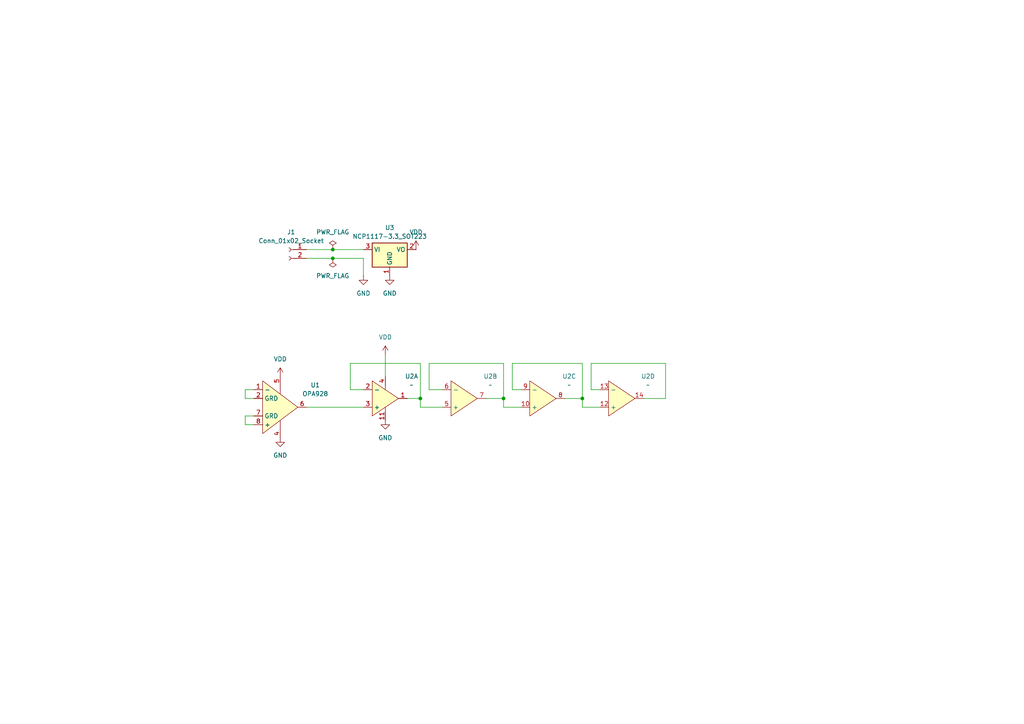
<source format=kicad_sch>
(kicad_sch (version 20250114) (generator "eeschema") (generator_version "9.0")
  (paper "A4")
  (lib_symbols
    (symbol "0. Digism Library:OPA4189"
      (property "Reference" "U" (at 6.604 3.048 0))
      (property "Value" "OPA4189" (at 0 0 0))
      (symbol "OPA4189_1_1"
        (polyline (pts (xy 0 5.08) (xy 0 -5.08) (xy 7.62 0) (xy 0 5.08)) (fill (type color) (color 255 255 194 1)))
        (polyline (pts (xy 3.81 3.81) (xy 3.81 2.54)))
        (polyline (pts (xy 3.81 -3.81) (xy 3.81 -2.54)))
        (pin input line (at -2.54 2.54 0) (length 2.54) (name "-") (number "2"))
        (pin input line (at -2.54 -2.54 0) (length 2.54) (name "+") (number "3"))
        (pin power_in line (at 3.81 6.35 270) (length 2.54) (name "") (number "4"))
        (pin power_in line (at 3.81 -6.35 90) (length 2.54) (name "") (number "11"))
        (pin output line (at 10.16 0 180) (length 2.54) (name "") (number "1"))
      )
      (symbol "OPA4189_1_2"
        (pin input line (at -2.54 2.54 0) (length 2.54) (name "-") (number "2"))
        (pin input line (at -2.54 -2.54 0) (length 2.54) (name "+") (number "3"))
        (pin power_in line (at 3.81 6.35 270) (length 2.54) (name "") (number "4"))
        (pin power_in line (at 3.81 -6.35 90) (length 2.54) (name "") (number "11"))
        (pin output line (at 10.16 0 180) (length 2.54) (name "") (number "1"))
      )
      (symbol "OPA4189_2_1"
        (polyline (pts (xy 0 5.08) (xy 0 -5.08) (xy 7.62 0) (xy 0 5.08)) (fill (type color) (color 255 255 194 1)))
        (pin input line (at -2.54 2.54 0) (length 2.54) (name "-") (number "6"))
        (pin input line (at -2.54 -2.54 0) (length 2.54) (name "+") (number "5"))
        (pin output line (at 10.16 0 180) (length 2.54) (name "") (number "7"))
      )
      (symbol "OPA4189_2_2"
        (pin input line (at -2.54 2.54 0) (length 2.54) (name "-") (number "6"))
        (pin input line (at -2.54 -2.54 0) (length 2.54) (name "-") (number "5"))
        (pin output line (at 10.16 0 180) (length 2.54) (name "") (number "7"))
      )
      (symbol "OPA4189_3_1"
        (polyline (pts (xy 0 5.08) (xy 0 -5.08) (xy 7.62 0) (xy 0 5.08)) (fill (type color) (color 255 255 194 1)))
        (pin input line (at -2.54 2.54 0) (length 2.54) (name "-") (number "9"))
        (pin input line (at -2.54 -2.54 0) (length 2.54) (name "+") (number "10"))
        (pin output line (at 10.16 0 180) (length 2.54) (name "") (number "8"))
      )
      (symbol "OPA4189_3_2"
        (pin input line (at -2.54 2.54 0) (length 2.54) (name "-") (number "9"))
        (pin input line (at -2.54 -2.54 0) (length 2.54) (name "-") (number "10"))
        (pin output line (at 10.16 0 180) (length 2.54) (name "") (number "8"))
      )
      (symbol "OPA4189_4_1"
        (polyline (pts (xy 0 5.08) (xy 0 -5.08) (xy 7.62 0) (xy 0 5.08)) (fill (type color) (color 255 255 194 1)))
        (pin input line (at -2.54 2.54 0) (length 2.54) (name "-") (number "13"))
        (pin input line (at -2.54 -2.54 0) (length 2.54) (name "+") (number "12"))
        (pin output line (at 10.16 0 180) (length 2.54) (name "") (number "14"))
      )
      (symbol "OPA4189_4_2"
        (pin input line (at -2.54 2.54 0) (length 2.54) (name "-") (number "13"))
        (pin input line (at -2.54 -2.54 0) (length 2.54) (name "-") (number "12"))
        (pin output line (at 10.16 0 180) (length 2.54) (name "") (number "14"))
      )
    )
    (symbol "0. Digism Library:OPA928DR"
      (property "Reference" "U" (at 0.254 20.32 0))
      (property "Value" "OPA928" (at 0.254 22.098 0))
      (symbol "OPA928DR_0_1"
        (polyline (pts (xy 1.27 6.35) (xy 1.27 3.81)))
        (polyline (pts (xy 1.27 -6.35) (xy 1.27 -3.81)))
      )
      (symbol "OPA928DR_1_1"
        (polyline (pts (xy -3.81 7.62) (xy -3.81 -7.62) (xy 6.35 0) (xy -3.81 7.62)) (fill (type color) (color 255 255 194 1)))
        (pin input line (at -6.35 5.08 0) (length 2.54) (name "-") (number "1"))
        (pin output line (at -6.35 2.54 0) (length 2.54) (name "GRD") (number "2"))
        (pin output line (at -6.35 -2.54 0) (length 2.54) (name "GRD") (number "7"))
        (pin input line (at -6.35 -5.08 0) (length 2.54) (name "+") (number "8"))
        (pin power_in line (at 1.27 8.89 270) (length 2.54) (name "") (number "5"))
        (pin power_in line (at 1.27 -8.89 90) (length 2.54) (name "") (number "4"))
        (pin output line (at 8.89 0 180) (length 2.54) (name "") (number "6"))
      )
    )
    (symbol "Connector:Conn_01x02_Socket" (pin_names (offset 1.016) (hide yes))
      (property "Reference" "J" (at 0 2.54 0))
      (property "Value" "Conn_01x02_Socket" (at 0 -5.08 0))
      (symbol "Conn_01x02_Socket_1_1"
        (polyline (pts (xy -1.27 0) (xy -0.508 0)) (stroke (width 0.1524)))
        (polyline (pts (xy -1.27 -2.54) (xy -0.508 -2.54)) (stroke (width 0.1524)))
        (arc (start 0 -0.508) (mid -0.5058 0) (end 0 0.508) (stroke (width 0.1524)))
        (arc (start 0 -3.048) (mid -0.5058 -2.54) (end 0 -2.032) (stroke (width 0.1524)))
        (pin passive line (at -5.08 0 0) (length 3.81) (name "Pin_1") (number "1"))
        (pin passive line (at -5.08 -2.54 0) (length 3.81) (name "Pin_2") (number "2"))
      )
    )
    (symbol "OPA4189_2"
      (property "Reference" "U" (at 6.604 3.048 0))
      (symbol "OPA4189_2_1_1"
        (polyline (pts (xy 0 5.08) (xy 0 -5.08) (xy 7.62 0) (xy 0 5.08)) (fill (type color) (color 255 255 194 1)))
        (polyline (pts (xy 3.81 3.81) (xy 3.81 2.54)))
        (polyline (pts (xy 3.81 -3.81) (xy 3.81 -2.54)))
        (pin input line (at -2.54 2.54 0) (length 2.54) (name "-") (number "2"))
        (pin input line (at -2.54 -2.54 0) (length 2.54) (name "+") (number "3"))
        (pin power_in line (at 3.81 6.35 270) (length 2.54) (name "") (number "4"))
        (pin power_in line (at 3.81 -6.35 90) (length 2.54) (name "") (number "11"))
        (pin output line (at 10.16 0 180) (length 2.54) (name "") (number "1"))
      )
      (symbol "OPA4189_2_1_2"
        (pin input line (at -2.54 2.54 0) (length 2.54) (name "-") (number "2"))
        (pin input line (at -2.54 -2.54 0) (length 2.54) (name "+") (number "3"))
        (pin power_in line (at 3.81 6.35 270) (length 2.54) (name "") (number "4"))
        (pin power_in line (at 3.81 -6.35 90) (length 2.54) (name "") (number "11"))
        (pin output line (at 10.16 0 180) (length 2.54) (name "") (number "1"))
      )
      (symbol "OPA4189_2_2_1"
        (polyline (pts (xy 0 5.08) (xy 0 -5.08) (xy 7.62 0) (xy 0 5.08)) (fill (type color) (color 255 255 194 1)))
        (pin input line (at -2.54 2.54 0) (length 2.54) (name "-") (number "6"))
        (pin input line (at -2.54 -2.54 0) (length 2.54) (name "-") (number "5"))
        (pin output line (at 10.16 0 180) (length 2.54) (name "") (number "7"))
      )
      (symbol "OPA4189_2_2_2"
        (pin input line (at -2.54 2.54 0) (length 2.54) (name "-") (number "6"))
        (pin input line (at -2.54 -2.54 0) (length 2.54) (name "-") (number "5"))
        (pin output line (at 10.16 0 180) (length 2.54) (name "") (number "7"))
      )
      (symbol "OPA4189_2_3_1"
        (polyline (pts (xy 0 5.08) (xy 0 -5.08) (xy 7.62 0) (xy 0 5.08)) (fill (type color) (color 255 255 194 1)))
        (pin input line (at -2.54 2.54 0) (length 2.54) (name "-") (number "9"))
        (pin input line (at -2.54 -2.54 0) (length 2.54) (name "-") (number "10"))
        (pin output line (at 10.16 0 180) (length 2.54) (name "") (number "8"))
      )
      (symbol "OPA4189_2_3_2"
        (pin input line (at -2.54 2.54 0) (length 2.54) (name "-") (number "9"))
        (pin input line (at -2.54 -2.54 0) (length 2.54) (name "-") (number "10"))
        (pin output line (at 10.16 0 180) (length 2.54) (name "") (number "8"))
      )
      (symbol "OPA4189_2_4_1"
        (polyline (pts (xy 0 5.08) (xy 0 -5.08) (xy 7.62 0) (xy 0 5.08)) (fill (type color) (color 255 255 194 1)))
        (pin input line (at -2.54 2.54 0) (length 2.54) (name "-") (number "13"))
        (pin input line (at -2.54 -2.54 0) (length 2.54) (name "-") (number "12"))
        (pin output line (at 10.16 0 180) (length 2.54) (name "") (number "14"))
      )
      (symbol "OPA4189_2_4_2"
        (pin input line (at -2.54 2.54 0) (length 2.54) (name "-") (number "13"))
        (pin input line (at -2.54 -2.54 0) (length 2.54) (name "-") (number "12"))
        (pin output line (at 10.16 0 180) (length 2.54) (name "") (number "14"))
      )
    )
    (symbol "Regulator_Linear:NCP1117-3.3_SOT223"
      (property "Reference" "U" (at -3.81 3.175 0))
      (property "Value" "NCP1117-3.3_SOT223" (at 0 3.175 0))
      (symbol "NCP1117-3.3_SOT223_0_1"
        (rectangle (start -5.08 -5.08) (end 5.08 1.905) (stroke (width 0.254)) (fill (type background)))
      )
      (symbol "NCP1117-3.3_SOT223_1_1"
        (pin power_in line (at -7.62 0 0) (length 2.54) (name "VI") (number "3"))
        (pin power_in line (at 0 -7.62 90) (length 2.54) (name "GND") (number "1"))
        (pin power_out line (at 7.62 0 180) (length 2.54) (name "VO") (number "2"))
      )
    )
    (symbol "power:GND" (power) (pin_numbers (hide yes)) (pin_names (offset 0) (hide yes))
      (property "Value" "GND" (at 0 -3.81 0))
      (symbol "GND_0_1"
        (polyline (pts (xy 0 0) (xy 0 -1.27) (xy 1.27 -1.27) (xy 0 -2.54) (xy -1.27 -1.27) (xy 0 -1.27)))
      )
      (symbol "GND_1_1"
        (pin power_in line (at 0 0 270) (length 0) (name "~") (number "1"))
      )
    )
    (symbol "power:PWR_FLAG" (power) (pin_numbers (hide yes)) (pin_names (offset 0) (hide yes))
      (property "Value" "PWR_FLAG" (at 0 3.81 0))
      (symbol "PWR_FLAG_0_0"
        (pin power_out line (at 0 0 90) (length 0) (name "~") (number "1"))
      )
      (symbol "PWR_FLAG_0_1"
        (polyline (pts (xy 0 0) (xy 0 1.27) (xy -1.016 1.905) (xy 0 2.54) (xy 1.016 1.905) (xy 0 1.27)))
      )
    )
    (symbol "power:VDD" (power) (pin_numbers (hide yes)) (pin_names (offset 0) (hide yes))
      (property "Value" "VDD" (at 0 3.556 0))
      (symbol "VDD_0_1"
        (polyline (pts (xy -0.762 1.27) (xy 0 2.54)))
        (polyline (pts (xy 0 2.54) (xy 0.762 1.27)))
        (polyline (pts (xy 0 0) (xy 0 2.54)))
      )
      (symbol "VDD_1_1"
        (pin power_in line (at 0 0 90) (length 0) (name "~") (number "1"))
      )
    )
  )
  (junction (at 168.91 115.57))
  (junction (at 96.52 72.39))
  (junction (at 121.92 115.57))
  (junction (at 146.05 115.57))
  (junction (at 96.52 74.93))
  (wire (pts (xy 121.92 118.11) (xy 128.27 118.11)))
  (wire (pts (xy 121.92 118.11) (xy 121.92 115.57)))
  (wire (pts (xy 71.12 123.19) (xy 73.66 123.19)))
  (wire (pts (xy 163.83 115.57) (xy 168.91 115.57)))
  (wire (pts (xy 101.6 113.03) (xy 101.6 105.41)))
  (wire (pts (xy 73.66 113.03) (xy 71.12 113.03)))
  (wire (pts (xy 124.46 113.03) (xy 124.46 105.41)))
  (wire (pts (xy 96.52 74.93) (xy 105.41 74.93)))
  (wire (pts (xy 88.9 74.93) (xy 96.52 74.93)))
  (wire (pts (xy 193.04 105.41) (xy 193.04 115.57)))
  (wire (pts (xy 151.13 113.03) (xy 148.59 113.03)))
  (wire (pts (xy 148.59 105.41) (xy 168.91 105.41)))
  (wire (pts (xy 88.9 72.39) (xy 96.52 72.39)))
  (wire (pts (xy 128.27 113.03) (xy 124.46 113.03)))
  (wire (pts (xy 121.92 105.41) (xy 121.92 115.57)))
  (wire (pts (xy 171.45 105.41) (xy 193.04 105.41)))
  (wire (pts (xy 121.92 115.57) (xy 118.11 115.57)))
  (wire (pts (xy 88.9 118.11) (xy 105.41 118.11)))
  (wire (pts (xy 148.59 113.03) (xy 148.59 105.41)))
  (wire (pts (xy 168.91 118.11) (xy 168.91 115.57)))
  (wire (pts (xy 101.6 105.41) (xy 121.92 105.41)))
  (wire (pts (xy 173.99 113.03) (xy 171.45 113.03)))
  (wire (pts (xy 71.12 120.65) (xy 71.12 123.19)))
  (wire (pts (xy 146.05 105.41) (xy 146.05 115.57)))
  (wire (pts (xy 146.05 118.11) (xy 151.13 118.11)))
  (wire (pts (xy 124.46 105.41) (xy 146.05 105.41)))
  (wire (pts (xy 73.66 120.65) (xy 71.12 120.65)))
  (wire (pts (xy 111.76 102.87) (xy 111.76 109.22)))
  (wire (pts (xy 105.41 74.93) (xy 105.41 80.01)))
  (wire (pts (xy 186.69 115.57) (xy 193.04 115.57)))
  (wire (pts (xy 105.41 113.03) (xy 101.6 113.03)))
  (wire (pts (xy 146.05 115.57) (xy 140.97 115.57)))
  (wire (pts (xy 168.91 105.41) (xy 168.91 115.57)))
  (wire (pts (xy 71.12 115.57) (xy 73.66 115.57)))
  (wire (pts (xy 71.12 113.03) (xy 71.12 115.57)))
  (wire (pts (xy 146.05 118.11) (xy 146.05 115.57)))
  (wire (pts (xy 168.91 118.11) (xy 173.99 118.11)))
  (wire (pts (xy 171.45 113.03) (xy 171.45 105.41)))
  (wire (pts (xy 96.52 72.39) (xy 105.41 72.39)))
  (symbol (lib_id "0. Digism Library:OPA4189") (at 153.67 115.57 0) (unit 3)
    (property "Reference" "U2" (at 165.1 109.1498 0))
    (property "Value" "~" (at 165.1 111.6898 0))
    (property "Footprint" "Package_SO:TSSOP-14_4.4x5mm_P0.65mm" (effects (hide yes)))
    (property "Datasheet" "https://www.ti.com/lit/ds/symlink/opa4189.pdf" (effects (hide yes)))
    (property "Description" "OPAx189 Precision, Lowest-Noise, 36-V, Zero-Drift, 14-MHz, MUX-Friendly, Rail-to-Rail Output Operational Amplifiers" (effects (hide yes)))
    (property "JLC_PN" "C4369917" (effects (hide yes)))
  )
  (symbol (lib_id "0. Digism Library:OPA4189") (at 130.81 115.57 0) (unit 2)
    (property "Reference" "U2" (at 142.24 109.1498 0))
    (property "Value" "~" (at 142.24 111.6898 0))
    (property "Footprint" "Package_SO:TSSOP-14_4.4x5mm_P0.65mm" (effects (hide yes)))
    (property "Datasheet" "https://www.ti.com/lit/ds/symlink/opa4189.pdf" (effects (hide yes)))
    (property "Description" "OPAx189 Precision, Lowest-Noise, 36-V, Zero-Drift, 14-MHz, MUX-Friendly, Rail-to-Rail Output Operational Amplifiers" (effects (hide yes)))
    (property "JLC_PN" "C4369917" (effects (hide yes)))
  )
  (symbol (lib_id "power:VDD") (at 81.28 109.22 0) (unit 1)
    (property "Reference" "#PWR010" (effects (hide yes)))
    (property "Value" "VDD" (at 81.28 104.14 0))
    (property "Description" "Power symbol creates a global label with name \"VDD\"" (effects (hide yes)))
  )
  (symbol (lib_id "power:PWR_FLAG") (at 96.52 74.93 180) (unit 1)
    (property "Reference" "#FLG02" (effects (hide yes)))
    (property "Value" "PWR_FLAG" (at 96.52 80.01 0))
    (property "Description" "Special symbol for telling ERC where power comes from" (effects (hide yes)))
  )
  (symbol (lib_id "power:PWR_FLAG") (at 96.52 72.39 0) (unit 1)
    (property "Reference" "#FLG01" (effects (hide yes)))
    (property "Value" "PWR_FLAG" (at 96.52 67.31 0))
    (property "Description" "Special symbol for telling ERC where power comes from" (effects (hide yes)))
  )
  (symbol (lib_id "power:GND") (at 105.41 80.01 0) (unit 1)
    (property "Reference" "#PWR013" (effects (hide yes)))
    (property "Value" "GND" (at 105.41 85.09 0))
    (property "Description" "Power symbol creates a global label with name \"GND\" , ground" (effects (hide yes)))
  )
  (symbol (lib_id "power:GND") (at 111.76 121.92 0) (unit 1)
    (property "Reference" "#PWR02" (effects (hide yes)))
    (property "Value" "GND" (at 111.76 127 0))
    (property "Description" "Power symbol creates a global label with name \"GND\" , ground" (effects (hide yes)))
  )
  (symbol (lib_name "OPA4189_2") (lib_id "0. Digism Library:OPA4189") (at 107.95 115.57 0) (unit 1)
    (property "Reference" "U2" (at 119.38 109.1498 0))
    (property "Value" "~" (at 119.38 111.6898 0))
  )
  (symbol (lib_id "Regulator_Linear:NCP1117-3.3_SOT223") (at 113.03 72.39 0) (unit 1)
    (property "Reference" "U3" (at 113.03 66.04 0))
    (property "Value" "NCP1117-3.3_SOT223" (at 113.03 68.58 0))
    (property "Footprint" "Package_TO_SOT_SMD:SOT-223-3_TabPin2" (effects (hide yes)))
    (property "Datasheet" "http://www.onsemi.com/pub_link/Collateral/NCP1117-D.PDF" (effects (hide yes)))
    (property "Description" "1A Low drop-out regulator, Fixed Output 3.3V, SOT-223" (effects (hide yes)))
  )
  (symbol (lib_id "power:VDD") (at 120.65 72.39 0) (unit 1)
    (property "Reference" "#PWR012" (effects (hide yes)))
    (property "Value" "VDD" (at 120.65 67.31 0))
    (property "Description" "Power symbol creates a global label with name \"VDD\"" (effects (hide yes)))
  )
  (symbol (lib_id "0. Digism Library:OPA928DR") (at 80.01 118.11 0) (unit 1)
    (property "Reference" "U1" (at 91.44 111.6898 0))
    (property "Value" "OPA928" (at 91.44 114.2298 0))
    (property "Footprint" "Package_SO:SOIC-8_5.3x6.2mm_P1.27mm" (effects (hide yes)))
    (property "Datasheet" "https://www.ti.com/lit/ds/symlink/opa928.pdf" (effects (hide yes)))
    (property "Description" "OPA928 36V, Femtoampere Input Bias, Precision, Rail-to-Rail Input/Output, e‑trim™ Operational Amplifier" (effects (hide yes)))
    (property "JLC_PN" "C32418779" (effects (hide yes)))
  )
  (symbol (lib_id "power:GND") (at 81.28 127 0) (unit 1)
    (property "Reference" "#PWR01" (effects (hide yes)))
    (property "Value" "GND" (at 81.28 132.08 0))
    (property "Description" "Power symbol creates a global label with name \"GND\" , ground" (effects (hide yes)))
  )
  (symbol (lib_id "0. Digism Library:OPA4189") (at 176.53 115.57 0) (unit 4)
    (property "Reference" "U2" (at 187.96 109.1498 0))
    (property "Value" "~" (at 187.96 111.6898 0))
    (property "Footprint" "Package_SO:TSSOP-14_4.4x5mm_P0.65mm" (effects (hide yes)))
    (property "Datasheet" "https://www.ti.com/lit/ds/symlink/opa4189.pdf" (effects (hide yes)))
    (property "Description" "OPAx189 Precision, Lowest-Noise, 36-V, Zero-Drift, 14-MHz, MUX-Friendly, Rail-to-Rail Output Operational Amplifiers" (effects (hide yes)))
    (property "JLC_PN" "C4369917" (effects (hide yes)))
  )
  (symbol (lib_id "power:GND") (at 113.03 80.01 0) (unit 1)
    (property "Reference" "#PWR011" (effects (hide yes)))
    (property "Value" "GND" (at 113.03 85.09 0))
    (property "Description" "Power symbol creates a global label with name \"GND\" , ground" (effects (hide yes)))
  )
  (symbol (lib_id "power:VDD") (at 111.76 102.87 0) (unit 1)
    (property "Reference" "#PWR06" (effects (hide yes)))
    (property "Value" "VDD" (at 111.76 97.79 0))
    (property "Description" "Power symbol creates a global label with name \"VDD\"" (effects (hide yes)))
  )
  (symbol (lib_id "Connector:Conn_01x02_Socket") (at 83.82 72.39 0) (mirror y) (unit 1)
    (property "Reference" "J1" (at 84.455 67.31 0))
    (property "Value" "Conn_01x02_Socket" (at 84.455 69.85 0))
    (property "Description" "Generic connector, single row, 01x02, script generated" (effects (hide yes)))
  )
)
</source>
